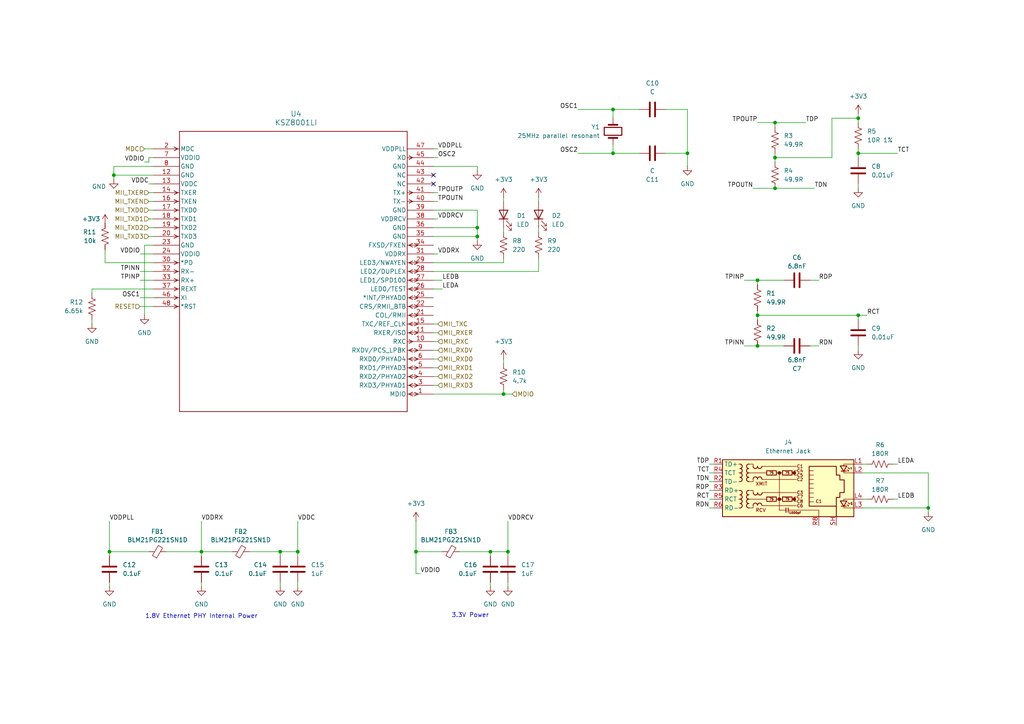
<source format=kicad_sch>
(kicad_sch (version 20231120) (generator "eeschema") (generator_version "8.0")
  (paper "A4")
  (lib_symbols
    (symbol "Connector:RJ45_Amphenol_RJMG1BD3B8K1ANR"
      (property "Reference" "J" (at 18.415 10.16 0))
      (property "Value" "RJ45_Amphenol_RJMG1BD3B8K1ANR" (at -19.05 10.16 0))
      (symbol "RJ45_Amphenol_RJMG1BD3B8K1ANR_0_0"
        (circle (center -1.27 -2.54) (radius 0.0001) (stroke (width 0.508)))
        (circle (center -1.27 5.08) (radius 0.0001) (stroke (width 0.508)))
        (polyline (pts (xy -1.27 5.08) (xy -1.27 -5.715)))
        (polyline (pts (xy 0.635 -5.08) (xy 0.635 -6.35)) (stroke (width 0.254)))
        (polyline (pts (xy 1.27 -5.08) (xy 1.27 -6.35)) (stroke (width 0.254)))
        (polyline (pts (xy 3.048 -2.54) (xy 2.54 -2.54)))
        (polyline (pts (xy 3.048 5.08) (xy 2.54 5.08)))
        (polyline (pts (xy 17.399 -3.048) (xy 17.399 -2.54) (xy 20.32 -2.54)))
        (polyline (pts (xy 17.399 7.112) (xy 17.399 7.62) (xy 20.32 7.62)))
        (polyline (pts (xy 20.32 -5.08) (xy 17.399 -5.08) (xy 17.399 -4.572)))
        (polyline (pts (xy 20.32 5.08) (xy 17.399 5.08) (xy 17.399 5.588)))
        (polyline (pts (xy 3.683 -1.905) (xy 3.048 -1.905) (xy 3.048 -3.175) (xy 3.683 -3.175)))
        (polyline (pts (xy 3.683 5.715) (xy 3.048 5.715) (xy 3.048 4.445) (xy 3.683 4.445)))
        (circle (center 3.048 -2.54) (radius 0.0001) (stroke (width 0.508)))
        (circle (center 3.048 5.08) (radius 0.0001) (stroke (width 0.508)))
        (text "C1" (at 4.699 6.985 0) (effects (font (size 0.889 0.889))))
        (text "C1" (at 10.16 -3.175 0) (effects (font (size 0.889 0.889))))
        (text "C2" (at 4.699 3.175 0) (effects (font (size 0.889 0.889))))
        (text "C3" (at 4.699 -0.635 0) (effects (font (size 0.889 0.889))))
        (text "C4" (at 4.699 5.715 0) (effects (font (size 0.889 0.889))))
        (text "C5" (at 4.699 4.445 0) (effects (font (size 0.889 0.889))))
        (text "C6" (at 4.699 -4.445 0) (effects (font (size 0.889 0.889))))
        (text "C7" (at 4.699 -1.905 0) (effects (font (size 0.889 0.889))))
        (text "C8" (at 4.699 -3.175 0) (effects (font (size 0.889 0.889))))
        (text "RCV" (at -8.255 -5.715 0) (effects (font (size 1.016 1.016)) (justify left)))
        (text "XMIT" (at -8.255 1.905 0) (effects (font (size 1.016 1.016)) (justify left)))
      )
      (symbol "RJ45_Amphenol_RJMG1BD3B8K1ANR_0_1"
        (rectangle (start -17.78 8.89) (end 20.32 -7.62) (stroke (width 0.254)) (fill (type background)))
        (polyline (pts (xy -12.7 -5.08) (xy -13.081 -5.08)))
        (polyline (pts (xy -12.7 -2.54) (xy -13.081 -2.54)))
        (polyline (pts (xy -12.7 0) (xy -13.081 0)))
        (polyline (pts (xy -12.7 2.54) (xy -13.081 2.54)))
        (polyline (pts (xy -12.7 5.08) (xy -13.081 5.08)))
        (polyline (pts (xy -12.7 7.62) (xy -13.081 7.62)))
        (polyline (pts (xy -6.35 -4.445) (xy 3.683 -4.445)))
        (polyline (pts (xy -6.35 3.175) (xy 3.683 3.175)))
        (polyline (pts (xy -6.35 6.985) (xy 3.683 6.985)))
        (polyline (pts (xy -6.223 -0.635) (xy 3.683 -0.635)))
        (polyline (pts (xy -5.08 -2.54) (xy -10.16 -2.54)))
        (polyline (pts (xy -4.953 5.08) (xy -10.16 5.08)))
        (polyline (pts (xy -2.159 -2.54) (xy -0.381 -2.54)))
        (polyline (pts (xy -2.159 5.08) (xy -0.381 5.08)))
        (polyline (pts (xy 0.635 -5.715) (xy -1.27 -5.715)))
        (polyline (pts (xy 7.366 -2.032) (xy 8.636 -2.032)))
        (polyline (pts (xy 7.366 -0.762) (xy 8.636 -0.762)))
        (polyline (pts (xy 7.366 0.635) (xy 8.636 0.635)))
        (polyline (pts (xy 7.366 1.905) (xy 8.636 1.905)))
        (polyline (pts (xy 7.366 3.175) (xy 8.636 3.175)))
        (polyline (pts (xy 8.636 -3.302) (xy 7.366 -3.302)))
        (polyline (pts (xy 8.636 4.445) (xy 7.366 4.445)))
        (polyline (pts (xy 8.636 5.715) (xy 7.366 5.715)))
        (polyline (pts (xy 10.16 -5.715) (xy 1.27 -5.715)))
        (polyline (pts (xy 10.16 -5.715) (xy 10.16 -7.62)))
        (polyline (pts (xy -10.16 0) (xy -8.89 0) (xy -8.89 -0.635)))
        (polyline (pts (xy -10.16 7.62) (xy -8.89 7.62) (xy -8.89 6.985)))
        (polyline (pts (xy -8.89 -4.445) (xy -8.89 -5.08) (xy -10.16 -5.08)))
        (polyline (pts (xy -8.89 3.175) (xy -8.89 2.54) (xy -10.16 2.54)))
      )
      (symbol "RJ45_Amphenol_RJMG1BD3B8K1ANR_1_0"
        (text "1000pF" (at 3.302 -6.477 0) (effects (font (size 0.635 0.635))))
      )
      (symbol "RJ45_Amphenol_RJMG1BD3B8K1ANR_1_1"
        (arc (start -12.7 -1.27) (mid -12.0677 -0.635) (end -12.7 0) (stroke (width 0.254)))
        (arc (start -12.6973 -5.08) (mid -12.065 -4.445) (end -12.6973 -3.81) (stroke (width 0.254)))
        (arc (start -12.6973 -3.81) (mid -12.065 -3.175) (end -12.6973 -2.54) (stroke (width 0.254)))
        (arc (start -12.6973 -2.54) (mid -12.065 -1.905) (end -12.6973 -1.27) (stroke (width 0.254)))
        (arc (start -12.6973 6.35) (mid -12.065 6.985) (end -12.6973 7.62) (stroke (width 0.254)))
        (arc (start -12.6946 2.54) (mid -12.0623 3.175) (end -12.6946 3.81) (stroke (width 0.254)))
        (arc (start -12.6946 3.81) (mid -12.0623 4.445) (end -12.6946 5.08) (stroke (width 0.254)))
        (arc (start -12.6946 5.08) (mid -12.0623 5.715) (end -12.6946 6.35) (stroke (width 0.254)))
        (arc (start -10.1654 -2.54) (mid -10.7977 -3.175) (end -10.1654 -3.81) (stroke (width 0.254)))
        (arc (start -10.1654 -1.27) (mid -10.7977 -1.905) (end -10.1654 -2.54) (stroke (width 0.254)))
        (arc (start -10.1654 0) (mid -10.7977 -0.635) (end -10.1654 -1.27) (stroke (width 0.254)))
        (arc (start -10.1654 5.08) (mid -10.7977 4.445) (end -10.1654 3.81) (stroke (width 0.254)))
        (arc (start -10.1654 6.35) (mid -10.7977 5.715) (end -10.1654 5.08) (stroke (width 0.254)))
        (arc (start -10.1654 7.62) (mid -10.7977 6.985) (end -10.1654 6.35) (stroke (width 0.254)))
        (arc (start -10.1627 -3.81) (mid -10.795 -4.445) (end -10.1627 -5.08) (stroke (width 0.254)))
        (arc (start -10.1627 3.81) (mid -10.795 3.175) (end -10.1627 2.54) (stroke (width 0.254)))
        (arc (start -8.89 6.9823) (mid -8.255 6.35) (end -7.62 6.9823) (stroke (width 0.254)))
        (arc (start -8.8265 -0.7012) (mid -8.1915 -1.3335) (end -7.5565 -0.7012) (stroke (width 0.254)))
        (arc (start -7.62 -4.3153) (mid -8.255 -3.683) (end -8.89 -4.3153) (stroke (width 0.254)))
        (arc (start -7.62 3.3047) (mid -8.255 3.937) (end -8.89 3.3047) (stroke (width 0.254)))
        (arc (start -7.62 6.985) (mid -6.985 6.3527) (end -6.35 6.985) (stroke (width 0.254)))
        (arc (start -7.5565 -0.6985) (mid -6.9215 -1.3308) (end -6.2865 -0.6985) (stroke (width 0.254)))
        (arc (start -6.35 -4.3126) (mid -6.985 -3.6803) (end -7.62 -4.3126) (stroke (width 0.254)))
        (arc (start -6.35 3.3074) (mid -6.985 3.9397) (end -7.62 3.3074) (stroke (width 0.254)))
        (rectangle (start -4.953 -1.905) (end -2.159 -3.175) (stroke (width 0.254)))
        (rectangle (start -4.953 5.715) (end -2.159 4.445) (stroke (width 0.254)))
        (rectangle (start -0.381 -1.905) (end 2.413 -3.175) (stroke (width 0.254)))
        (rectangle (start -0.381 5.715) (end 2.413 4.445) (stroke (width 0.254)))
        (polyline (pts (xy 15.24 -7.62) (xy 15.24 -4.572)) (stroke (width 0.254)))
        (polyline (pts (xy 18.161 -4.572) (xy 16.637 -4.572)) (stroke (width 0.254)))
        (polyline (pts (xy 18.161 5.588) (xy 16.637 5.588)) (stroke (width 0.254)))
        (polyline (pts (xy 18.796 -4.572) (xy 18.796 -4.318)))
        (polyline (pts (xy 18.796 5.588) (xy 18.796 5.842)))
        (polyline (pts (xy 19.05 -3.937) (xy 19.05 -3.683)))
        (polyline (pts (xy 19.05 6.223) (xy 19.05 6.477)))
        (polyline (pts (xy 18.288 -4.064) (xy 18.796 -4.572) (xy 18.542 -4.572)))
        (polyline (pts (xy 18.288 6.096) (xy 18.796 5.588) (xy 18.542 5.588)))
        (polyline (pts (xy 18.542 -3.429) (xy 19.05 -3.937) (xy 18.796 -3.937)))
        (polyline (pts (xy 18.542 6.731) (xy 19.05 6.223) (xy 18.796 6.223)))
        (polyline (pts (xy 18.288 -3.048) (xy 16.383 -3.048) (xy 17.399 -4.572) (xy 18.288 -3.048)) (stroke (width 0.254)))
        (polyline (pts (xy 18.288 7.112) (xy 16.383 7.112) (xy 17.399 5.588) (xy 18.288 7.112)) (stroke (width 0.254)))
        (polyline (pts (xy 7.366 -4.572) (xy 7.366 6.985) (xy 15.24 6.985) (xy 15.24 4.445) (xy 16.256 4.445) (xy 16.256 3.048) (xy 17.526 3.048) (xy 17.526 -0.635) (xy 16.256 -0.635) (xy 16.256 -2.032) (xy 15.24 -2.032) (xy 15.24 -4.572) (xy 7.366 -4.572)) (stroke (width 0.254)))
        (text "75" (at -3.556 -2.54 0) (effects (font (size 0.635 0.635))))
        (text "75" (at -3.556 5.08 0) (effects (font (size 0.635 0.635))))
        (text "75" (at 1.016 -2.54 0) (effects (font (size 0.635 0.635))))
        (text "75" (at 1.016 5.08 0) (effects (font (size 0.635 0.635))))
        (text "G" (at 19.685 -3.81 0) (effects (font (size 0.635 0.635))))
        (text "Y" (at 19.558 6.35 0) (effects (font (size 0.635 0.635))))
        (pin passive line (at 22.86 7.62 180) (length 2.54) (name "") (number "L1"))
        (pin passive line (at 22.86 5.08 180) (length 2.54) (name "") (number "L2"))
        (pin passive line (at 22.86 -5.08 180) (length 2.54) (name "") (number "L3"))
        (pin passive line (at 22.86 -2.54 180) (length 2.54) (name "") (number "L4"))
        (pin passive line (at -20.32 7.62 0) (length 2.54) (name "TD+") (number "R1"))
        (pin passive line (at -20.32 2.54 0) (length 2.54) (name "TD-") (number "R2"))
        (pin passive line (at -20.32 0 0) (length 2.54) (name "RD+") (number "R3"))
        (pin passive line (at -20.32 5.08 0) (length 2.54) (name "TCT") (number "R4"))
        (pin passive line (at -20.32 -2.54 0) (length 2.54) (name "RCT") (number "R5"))
        (pin passive line (at -20.32 -5.08 0) (length 2.54) (name "RD-") (number "R6"))
        (pin no_connect line (at 20.32 0 0) (length 0) hide (name "NC") (number "R7"))
        (pin power_in line (at 10.16 -10.16 90) (length 2.54) (name "") (number "R8"))
        (pin passive line (at 15.24 -10.16 90) (length 2.54) (name "") (number "SH"))
      )
    )
    (symbol "Device:C" (pin_numbers hide) (pin_names (offset 0.254))
      (property "Reference" "C" (at 0.635 2.54 0))
      (property "Value" "C" (at 0.635 -2.54 0))
      (symbol "C_0_1"
        (polyline (pts (xy -2.032 -0.762) (xy 2.032 -0.762)) (stroke (width 0.508)))
        (polyline (pts (xy -2.032 0.762) (xy 2.032 0.762)) (stroke (width 0.508)))
      )
      (symbol "C_1_1"
        (pin passive line (at 0 3.81 270) (length 2.794) (name "~") (number "1"))
        (pin passive line (at 0 -3.81 90) (length 2.794) (name "~") (number "2"))
      )
    )
    (symbol "Device:Crystal" (pin_numbers hide) (pin_names (offset 1.016) hide)
      (property "Reference" "Y" (at 0 3.81 0))
      (property "Value" "Crystal" (at 0 -3.81 0))
      (symbol "Crystal_0_1"
        (rectangle (start -1.143 2.54) (end 1.143 -2.54) (stroke (width 0.3048)))
        (polyline (pts (xy -2.54 0) (xy -1.905 0)))
        (polyline (pts (xy -1.905 -1.27) (xy -1.905 1.27)) (stroke (width 0.508)))
        (polyline (pts (xy 1.905 -1.27) (xy 1.905 1.27)) (stroke (width 0.508)))
        (polyline (pts (xy 2.54 0) (xy 1.905 0)))
      )
      (symbol "Crystal_1_1"
        (pin passive line (at -3.81 0 0) (length 1.27) (name "1") (number "1"))
        (pin passive line (at 3.81 0 180) (length 1.27) (name "2") (number "2"))
      )
    )
    (symbol "Device:FerriteBead_Small" (pin_numbers hide) (pin_names (offset 0))
      (property "Reference" "FB" (at 1.905 1.27 0))
      (property "Value" "FerriteBead_Small" (at 1.905 -1.27 0))
      (symbol "FerriteBead_Small_0_1"
        (polyline (pts (xy 0 -1.27) (xy 0 -0.7874)))
        (polyline (pts (xy 0 0.889) (xy 0 1.2954)))
        (polyline (pts (xy -1.8288 0.2794) (xy -1.1176 1.4986) (xy 1.8288 -0.2032) (xy 1.1176 -1.4224) (xy -1.8288 0.2794)))
      )
      (symbol "FerriteBead_Small_1_1"
        (pin passive line (at 0 2.54 270) (length 1.27) (name "~") (number "1"))
        (pin passive line (at 0 -2.54 90) (length 1.27) (name "~") (number "2"))
      )
    )
    (symbol "Device:LED" (pin_numbers hide) (pin_names (offset 1.016) hide)
      (property "Reference" "D" (at 0 2.54 0))
      (property "Value" "LED" (at 0 -2.54 0))
      (symbol "LED_0_1"
        (polyline (pts (xy -1.27 -1.27) (xy -1.27 1.27)) (stroke (width 0.254)))
        (polyline (pts (xy -1.27 0) (xy 1.27 0)))
        (polyline (pts (xy 1.27 -1.27) (xy 1.27 1.27) (xy -1.27 0) (xy 1.27 -1.27)) (stroke (width 0.254)))
        (polyline (pts (xy -3.048 -0.762) (xy -4.572 -2.286) (xy -3.81 -2.286) (xy -4.572 -2.286) (xy -4.572 -1.524)))
        (polyline (pts (xy -1.778 -0.762) (xy -3.302 -2.286) (xy -2.54 -2.286) (xy -3.302 -2.286) (xy -3.302 -1.524)))
      )
      (symbol "LED_1_1"
        (pin passive line (at -3.81 0 0) (length 2.54) (name "K") (number "1"))
        (pin passive line (at 3.81 0 180) (length 2.54) (name "A") (number "2"))
      )
    )
    (symbol "Device:R_US" (pin_numbers hide) (pin_names (offset 0))
      (property "Reference" "R" (at 2.54 0 90))
      (property "Value" "R_US" (at -2.54 0 90))
      (symbol "R_US_0_1"
        (polyline (pts (xy 0 -2.286) (xy 0 -2.54)))
        (polyline (pts (xy 0 2.286) (xy 0 2.54)))
        (polyline (pts (xy 0 -0.762) (xy 1.016 -1.143) (xy 0 -1.524) (xy -1.016 -1.905) (xy 0 -2.286)))
        (polyline (pts (xy 0 0.762) (xy 1.016 0.381) (xy 0 0) (xy -1.016 -0.381) (xy 0 -0.762)))
        (polyline (pts (xy 0 2.286) (xy 1.016 1.905) (xy 0 1.524) (xy -1.016 1.143) (xy 0 0.762)))
      )
      (symbol "R_US_1_1"
        (pin passive line (at 0 3.81 270) (length 1.27) (name "~") (number "1"))
        (pin passive line (at 0 -3.81 90) (length 1.27) (name "~") (number "2"))
      )
    )
    (symbol "KSZ8001LI:KSZ8001LI" (pin_names (offset 0.254))
      (property "Reference" "U" (at 40.64 10.16 0))
      (property "Value" "KSZ8001LI" (at 40.64 7.62 0))
      (symbol "KSZ8001LI_0_1"
        (polyline (pts (xy 7.0993 -45.72) (xy 6.0579 -46.2407)) (stroke (width 0.2032)))
        (polyline (pts (xy 7.0993 -45.72) (xy 6.0579 -45.1993)) (stroke (width 0.2032)))
        (polyline (pts (xy 7.0993 -43.18) (xy 6.0579 -43.7007)) (stroke (width 0.2032)))
        (polyline (pts (xy 7.0993 -43.18) (xy 6.0579 -42.6593)) (stroke (width 0.2032)))
        (polyline (pts (xy 7.0993 -40.64) (xy 6.0579 -41.1607)) (stroke (width 0.2032)))
        (polyline (pts (xy 7.0993 -40.64) (xy 6.0579 -40.1193)) (stroke (width 0.2032)))
        (polyline (pts (xy 7.0993 -38.1) (xy 6.0579 -38.6207)) (stroke (width 0.2032)))
        (polyline (pts (xy 7.0993 -38.1) (xy 6.0579 -37.5793)) (stroke (width 0.2032)))
        (polyline (pts (xy 7.0993 -35.56) (xy 6.0579 -36.0807)) (stroke (width 0.2032)))
        (polyline (pts (xy 7.0993 -35.56) (xy 6.0579 -35.0393)) (stroke (width 0.2032)))
        (polyline (pts (xy 7.0993 -33.02) (xy 6.0579 -33.5407)) (stroke (width 0.2032)))
        (polyline (pts (xy 7.0993 -33.02) (xy 6.0579 -32.4993)) (stroke (width 0.2032)))
        (polyline (pts (xy 7.0993 -25.4) (xy 6.0579 -25.9207)) (stroke (width 0.2032)))
        (polyline (pts (xy 7.0993 -25.4) (xy 6.0579 -24.8793)) (stroke (width 0.2032)))
        (polyline (pts (xy 7.0993 -22.86) (xy 6.0579 -23.3807)) (stroke (width 0.2032)))
        (polyline (pts (xy 7.0993 -22.86) (xy 6.0579 -22.3393)) (stroke (width 0.2032)))
        (polyline (pts (xy 7.0993 -20.32) (xy 6.0579 -20.8407)) (stroke (width 0.2032)))
        (polyline (pts (xy 7.0993 -20.32) (xy 6.0579 -19.7993)) (stroke (width 0.2032)))
        (polyline (pts (xy 7.0993 -17.78) (xy 6.0579 -18.3007)) (stroke (width 0.2032)))
        (polyline (pts (xy 7.0993 -17.78) (xy 6.0579 -17.2593)) (stroke (width 0.2032)))
        (polyline (pts (xy 7.0993 -15.24) (xy 6.0579 -15.7607)) (stroke (width 0.2032)))
        (polyline (pts (xy 7.0993 -15.24) (xy 6.0579 -14.7193)) (stroke (width 0.2032)))
        (polyline (pts (xy 7.0993 -12.7) (xy 6.0579 -13.2207)) (stroke (width 0.2032)))
        (polyline (pts (xy 7.0993 -12.7) (xy 6.0579 -12.1793)) (stroke (width 0.2032)))
        (polyline (pts (xy 7.0993 0) (xy 6.0579 -0.5207)) (stroke (width 0.2032)))
        (polyline (pts (xy 7.0993 0) (xy 6.0579 0.5207)) (stroke (width 0.2032)))
        (polyline (pts (xy 7.62 -76.2) (xy 73.66 -76.2)) (stroke (width 0.2032)))
        (polyline (pts (xy 7.62 5.08) (xy 7.62 -76.2)) (stroke (width 0.2032)))
        (polyline (pts (xy 73.66 -76.2) (xy 73.66 5.08)) (stroke (width 0.2032)))
        (polyline (pts (xy 73.66 5.08) (xy 7.62 5.08)) (stroke (width 0.2032)))
        (polyline (pts (xy 74.1807 -71.12) (xy 75.2221 -71.6407)) (stroke (width 0.2032)))
        (polyline (pts (xy 74.1807 -71.12) (xy 75.2221 -70.5993)) (stroke (width 0.2032)))
        (polyline (pts (xy 74.1807 -68.58) (xy 75.2221 -69.1007)) (stroke (width 0.2032)))
        (polyline (pts (xy 74.1807 -68.58) (xy 75.2221 -68.0593)) (stroke (width 0.2032)))
        (polyline (pts (xy 74.1807 -66.04) (xy 75.2221 -66.5607)) (stroke (width 0.2032)))
        (polyline (pts (xy 74.1807 -66.04) (xy 75.2221 -65.5193)) (stroke (width 0.2032)))
        (polyline (pts (xy 74.1807 -63.5) (xy 75.2221 -64.0207)) (stroke (width 0.2032)))
        (polyline (pts (xy 74.1807 -63.5) (xy 75.2221 -62.9793)) (stroke (width 0.2032)))
        (polyline (pts (xy 74.1807 -60.96) (xy 75.2221 -61.4807)) (stroke (width 0.2032)))
        (polyline (pts (xy 74.1807 -60.96) (xy 75.2221 -60.4393)) (stroke (width 0.2032)))
        (polyline (pts (xy 74.1807 -58.42) (xy 75.2221 -58.9407)) (stroke (width 0.2032)))
        (polyline (pts (xy 74.1807 -58.42) (xy 75.2221 -57.8993)) (stroke (width 0.2032)))
        (polyline (pts (xy 74.1807 -56.4007) (xy 75.2221 -55.88)) (stroke (width 0.2032)))
        (polyline (pts (xy 74.1807 -55.3593) (xy 75.2221 -55.88)) (stroke (width 0.2032)))
        (polyline (pts (xy 74.1807 -53.34) (xy 75.2221 -53.8607)) (stroke (width 0.2032)))
        (polyline (pts (xy 74.1807 -53.34) (xy 75.2221 -52.8193)) (stroke (width 0.2032)))
        (polyline (pts (xy 74.1807 -50.8) (xy 75.2221 -51.3207)) (stroke (width 0.2032)))
        (polyline (pts (xy 74.1807 -50.8) (xy 75.2221 -50.2793)) (stroke (width 0.2032)))
        (polyline (pts (xy 74.1807 -48.26) (xy 75.2221 -48.7807)) (stroke (width 0.2032)))
        (polyline (pts (xy 74.1807 -48.26) (xy 75.2221 -47.7393)) (stroke (width 0.2032)))
        (polyline (pts (xy 74.1807 -45.72) (xy 75.2221 -46.2407)) (stroke (width 0.2032)))
        (polyline (pts (xy 74.1807 -45.72) (xy 75.2221 -45.1993)) (stroke (width 0.2032)))
        (polyline (pts (xy 74.1807 -43.18) (xy 75.2221 -43.7007)) (stroke (width 0.2032)))
        (polyline (pts (xy 74.1807 -43.18) (xy 75.2221 -42.6593)) (stroke (width 0.2032)))
        (polyline (pts (xy 74.1807 -40.64) (xy 75.2221 -41.1607)) (stroke (width 0.2032)))
        (polyline (pts (xy 74.1807 -40.64) (xy 75.2221 -40.1193)) (stroke (width 0.2032)))
        (polyline (pts (xy 74.1807 -38.1) (xy 75.2221 -38.6207)) (stroke (width 0.2032)))
        (polyline (pts (xy 74.1807 -38.1) (xy 75.2221 -37.5793)) (stroke (width 0.2032)))
        (polyline (pts (xy 74.1807 -35.56) (xy 75.2221 -36.0807)) (stroke (width 0.2032)))
        (polyline (pts (xy 74.1807 -35.56) (xy 75.2221 -35.0393)) (stroke (width 0.2032)))
        (polyline (pts (xy 74.1807 -33.02) (xy 75.2221 -33.5407)) (stroke (width 0.2032)))
        (polyline (pts (xy 74.1807 -33.02) (xy 75.2221 -32.4993)) (stroke (width 0.2032)))
        (polyline (pts (xy 74.1807 -27.94) (xy 75.2221 -28.4607)) (stroke (width 0.2032)))
        (polyline (pts (xy 74.1807 -27.94) (xy 75.2221 -27.4193)) (stroke (width 0.2032)))
        (polyline (pts (xy 74.1807 -15.7607) (xy 75.2221 -15.24)) (stroke (width 0.2032)))
        (polyline (pts (xy 74.1807 -14.7193) (xy 75.2221 -15.24)) (stroke (width 0.2032)))
        (polyline (pts (xy 74.1807 -13.2207) (xy 75.2221 -12.7)) (stroke (width 0.2032)))
        (polyline (pts (xy 74.1807 -12.1793) (xy 75.2221 -12.7)) (stroke (width 0.2032)))
        (polyline (pts (xy 74.1807 -3.0607) (xy 75.2221 -2.54)) (stroke (width 0.2032)))
        (polyline (pts (xy 74.1807 -2.0193) (xy 75.2221 -2.54)) (stroke (width 0.2032)))
        (polyline (pts (xy 75.7428 -71.6407) (xy 76.7842 -71.12)) (stroke (width 0.2032)))
        (polyline (pts (xy 75.7428 -70.5993) (xy 76.7842 -71.12)) (stroke (width 0.2032)))
        (polyline (pts (xy 75.7428 -69.1007) (xy 76.7842 -68.58)) (stroke (width 0.2032)))
        (polyline (pts (xy 75.7428 -68.0593) (xy 76.7842 -68.58)) (stroke (width 0.2032)))
        (polyline (pts (xy 75.7428 -66.5607) (xy 76.7842 -66.04)) (stroke (width 0.2032)))
        (polyline (pts (xy 75.7428 -65.5193) (xy 76.7842 -66.04)) (stroke (width 0.2032)))
        (polyline (pts (xy 75.7428 -64.0207) (xy 76.7842 -63.5)) (stroke (width 0.2032)))
        (polyline (pts (xy 75.7428 -62.9793) (xy 76.7842 -63.5)) (stroke (width 0.2032)))
        (polyline (pts (xy 75.7428 -61.4807) (xy 76.7842 -60.96)) (stroke (width 0.2032)))
        (polyline (pts (xy 75.7428 -60.4393) (xy 76.7842 -60.96)) (stroke (width 0.2032)))
        (polyline (pts (xy 75.7428 -58.9407) (xy 76.7842 -58.42)) (stroke (width 0.2032)))
        (polyline (pts (xy 75.7428 -57.8993) (xy 76.7842 -58.42)) (stroke (width 0.2032)))
        (polyline (pts (xy 75.7428 -53.8607) (xy 76.7842 -53.34)) (stroke (width 0.2032)))
        (polyline (pts (xy 75.7428 -52.8193) (xy 76.7842 -53.34)) (stroke (width 0.2032)))
        (polyline (pts (xy 75.7428 -51.3207) (xy 76.7842 -50.8)) (stroke (width 0.2032)))
        (polyline (pts (xy 75.7428 -50.2793) (xy 76.7842 -50.8)) (stroke (width 0.2032)))
        (polyline (pts (xy 75.7428 -48.7807) (xy 76.7842 -48.26)) (stroke (width 0.2032)))
        (polyline (pts (xy 75.7428 -47.7393) (xy 76.7842 -48.26)) (stroke (width 0.2032)))
        (polyline (pts (xy 75.7428 -46.2407) (xy 76.7842 -45.72)) (stroke (width 0.2032)))
        (polyline (pts (xy 75.7428 -45.1993) (xy 76.7842 -45.72)) (stroke (width 0.2032)))
        (polyline (pts (xy 75.7428 -43.7007) (xy 76.7842 -43.18)) (stroke (width 0.2032)))
        (polyline (pts (xy 75.7428 -42.6593) (xy 76.7842 -43.18)) (stroke (width 0.2032)))
        (polyline (pts (xy 75.7428 -41.1607) (xy 76.7842 -40.64)) (stroke (width 0.2032)))
        (polyline (pts (xy 75.7428 -40.1193) (xy 76.7842 -40.64)) (stroke (width 0.2032)))
        (polyline (pts (xy 75.7428 -38.6207) (xy 76.7842 -38.1)) (stroke (width 0.2032)))
        (polyline (pts (xy 75.7428 -37.5793) (xy 76.7842 -38.1)) (stroke (width 0.2032)))
        (polyline (pts (xy 75.7428 -36.0807) (xy 76.7842 -35.56)) (stroke (width 0.2032)))
        (polyline (pts (xy 75.7428 -35.0393) (xy 76.7842 -35.56)) (stroke (width 0.2032)))
        (polyline (pts (xy 75.7428 -33.5407) (xy 76.7842 -33.02)) (stroke (width 0.2032)))
        (polyline (pts (xy 75.7428 -32.4993) (xy 76.7842 -33.02)) (stroke (width 0.2032)))
        (polyline (pts (xy 75.7428 -28.4607) (xy 76.7842 -27.94)) (stroke (width 0.2032)))
        (polyline (pts (xy 75.7428 -27.4193) (xy 76.7842 -27.94)) (stroke (width 0.2032)))
        (pin bidirectional line (at 81.28 -71.12 180) (length 7.62) (name "MDIO") (number "1"))
        (pin output line (at 81.28 -55.88 180) (length 7.62) (name "RXC") (number "10"))
        (pin bidirectional line (at 81.28 -53.34 180) (length 7.62) (name "RXER/ISO") (number "11"))
        (pin power_in line (at 0 -7.62 0) (length 7.62) (name "GND") (number "12"))
        (pin power_in line (at 0 -10.16 0) (length 7.62) (name "VDDC") (number "13"))
        (pin input line (at 0 -12.7 0) (length 7.62) (name "TXER") (number "14"))
        (pin bidirectional line (at 81.28 -50.8 180) (length 7.62) (name "TXC/REF_CLK") (number "15"))
        (pin input line (at 0 -15.24 0) (length 7.62) (name "TXEN") (number "16"))
        (pin input line (at 0 -17.78 0) (length 7.62) (name "TXD0") (number "17"))
        (pin input line (at 0 -20.32 0) (length 7.62) (name "TXD1") (number "18"))
        (pin input line (at 0 -22.86 0) (length 7.62) (name "TXD2") (number "19"))
        (pin input line (at 0 0 0) (length 7.62) (name "MDC") (number "2"))
        (pin input line (at 0 -25.4 0) (length 7.62) (name "TXD3") (number "20"))
        (pin bidirectional line (at 81.28 -48.26 180) (length 7.62) (name "COL/RMII") (number "21"))
        (pin bidirectional line (at 81.28 -45.72 180) (length 7.62) (name "CRS/RMII_BTB") (number "22"))
        (pin power_in line (at 0 -27.94 0) (length 7.62) (name "GND") (number "23"))
        (pin power_in line (at 0 -30.48 0) (length 7.62) (name "VDDIO") (number "24"))
        (pin bidirectional line (at 81.28 -43.18 180) (length 7.62) (name "*INT/PHYAD0") (number "25"))
        (pin bidirectional line (at 81.28 -40.64 180) (length 7.62) (name "LED0/TEST") (number "26"))
        (pin bidirectional line (at 81.28 -38.1 180) (length 7.62) (name "LED1/SPD100") (number "27"))
        (pin bidirectional line (at 81.28 -35.56 180) (length 7.62) (name "LED2/DUPLEX") (number "28"))
        (pin bidirectional line (at 81.28 -33.02 180) (length 7.62) (name "LED3/NWAYEN") (number "29"))
        (pin bidirectional line (at 81.28 -68.58 180) (length 7.62) (name "RXD3/PHYAD1") (number "3"))
        (pin input line (at 0 -33.02 0) (length 7.62) (name "*PD") (number "30"))
        (pin power_in line (at 81.28 -30.48 180) (length 7.62) (name "VDDRX") (number "31"))
        (pin input line (at 0 -35.56 0) (length 7.62) (name "RX-") (number "32"))
        (pin input line (at 0 -38.1 0) (length 7.62) (name "RX+") (number "33"))
        (pin bidirectional line (at 81.28 -27.94 180) (length 7.62) (name "FXSD/FXEN") (number "34"))
        (pin power_in line (at 81.28 -25.4 180) (length 7.62) (name "GND") (number "35"))
        (pin power_in line (at 81.28 -22.86 180) (length 7.62) (name "GND") (number "36"))
        (pin input line (at 0 -40.64 0) (length 7.62) (name "REXT") (number "37"))
        (pin power_in line (at 81.28 -20.32 180) (length 7.62) (name "VDDRCV") (number "38"))
        (pin power_in line (at 81.28 -17.78 180) (length 7.62) (name "GND") (number "39"))
        (pin bidirectional line (at 81.28 -66.04 180) (length 7.62) (name "RXD2/PHYAD2") (number "4"))
        (pin output line (at 81.28 -15.24 180) (length 7.62) (name "TX-") (number "40"))
        (pin output line (at 81.28 -12.7 180) (length 7.62) (name "TX+") (number "41"))
        (pin no_connect line (at 81.28 -10.16 180) (length 7.62) (name "NC") (number "42"))
        (pin no_connect line (at 81.28 -7.62 180) (length 7.62) (name "NC") (number "43"))
        (pin power_in line (at 81.28 -5.08 180) (length 7.62) (name "GND") (number "44"))
        (pin output line (at 81.28 -2.54 180) (length 7.62) (name "XO") (number "45"))
        (pin input line (at 0 -43.18 0) (length 7.62) (name "XI") (number "46"))
        (pin power_in line (at 81.28 0 180) (length 7.62) (name "VDDPLL") (number "47"))
        (pin input line (at 0 -45.72 0) (length 7.62) (name "*RST") (number "48"))
        (pin bidirectional line (at 81.28 -63.5 180) (length 7.62) (name "RXD1/PHYAD3") (number "5"))
        (pin bidirectional line (at 81.28 -60.96 180) (length 7.62) (name "RXD0/PHYAD4") (number "6"))
        (pin power_in line (at 0 -2.54 0) (length 7.62) (name "VDDIO") (number "7"))
        (pin power_in line (at 0 -5.08 0) (length 7.62) (name "GND") (number "8"))
        (pin bidirectional line (at 81.28 -58.42 180) (length 7.62) (name "RXDV/PCS_LPBK") (number "9"))
      )
    )
    (symbol "power:+3V3" (power) (pin_numbers hide) (pin_names (offset 0) hide)
      (property "Value" "+3V3" (at 0 3.556 0))
      (symbol "+3V3_0_1"
        (polyline (pts (xy -0.762 1.27) (xy 0 2.54)))
        (polyline (pts (xy 0 0) (xy 0 2.54)))
        (polyline (pts (xy 0 2.54) (xy 0.762 1.27)))
      )
      (symbol "+3V3_1_1"
        (pin power_in line (at 0 0 90) (length 0) (name "~") (number "1"))
      )
    )
    (symbol "power:GND" (power) (pin_numbers hide) (pin_names (offset 0) hide)
      (property "Value" "GND" (at 0 -3.81 0))
      (symbol "GND_0_1"
        (polyline (pts (xy 0 0) (xy 0 -1.27) (xy 1.27 -1.27) (xy 0 -2.54) (xy -1.27 -1.27) (xy 0 -1.27)))
      )
      (symbol "GND_1_1"
        (pin power_in line (at 0 0 270) (length 0) (name "~") (number "1"))
      )
    )
  )
  (junction (at 269.24 147.32))
  (junction (at 138.43 68.58))
  (junction (at 177.8 44.45))
  (junction (at 199.39 44.45))
  (junction (at 138.43 66.04))
  (junction (at 219.71 100.33))
  (junction (at 224.79 35.56))
  (junction (at 177.8 31.75))
  (junction (at 248.92 34.29))
  (junction (at 219.71 91.44))
  (junction (at 31.75 160.02))
  (junction (at 224.79 45.72))
  (junction (at 248.92 91.44))
  (junction (at 224.79 54.61))
  (junction (at 147.32 160.02))
  (junction (at 248.92 44.45))
  (junction (at 58.42 160.02))
  (junction (at 120.65 160.02))
  (junction (at 33.02 50.8))
  (junction (at 219.71 81.28))
  (junction (at 142.24 160.02))
  (junction (at 81.28 160.02))
  (junction (at 86.36 160.02))
  (junction (at 146.05 114.3))
  (no_connect (at 125.73 50.8))
  (no_connect (at 125.73 53.34))
  (wire (pts (xy 219.71 91.44) (xy 219.71 92.71)))
  (wire (pts (xy 33.02 50.8) (xy 44.45 50.8)))
  (wire (pts (xy 125.73 96.52) (xy 127 96.52)))
  (wire (pts (xy 125.73 104.14) (xy 127 104.14)))
  (wire (pts (xy 205.74 147.32) (xy 207.01 147.32)))
  (wire (pts (xy 219.71 90.17) (xy 219.71 91.44)))
  (wire (pts (xy 125.73 55.88) (xy 127 55.88)))
  (wire (pts (xy 41.91 43.18) (xy 44.45 43.18)))
  (wire (pts (xy 248.92 92.71) (xy 248.92 91.44)))
  (wire (pts (xy 224.79 44.45) (xy 224.79 45.72)))
  (wire (pts (xy 250.19 147.32) (xy 269.24 147.32)))
  (wire (pts (xy 248.92 43.18) (xy 248.92 44.45)))
  (wire (pts (xy 125.73 43.18) (xy 127 43.18)))
  (wire (pts (xy 224.79 45.72) (xy 224.79 46.99)))
  (wire (pts (xy 125.73 60.96) (xy 138.43 60.96)))
  (wire (pts (xy 125.73 93.98) (xy 127 93.98)))
  (wire (pts (xy 125.73 81.28) (xy 128.27 81.28)))
  (wire (pts (xy 44.45 71.12) (xy 41.91 71.12)))
  (wire (pts (xy 248.92 44.45) (xy 248.92 45.72)))
  (wire (pts (xy 43.18 58.42) (xy 44.45 58.42)))
  (wire (pts (xy 40.64 73.66) (xy 44.45 73.66)))
  (wire (pts (xy 177.8 41.91) (xy 177.8 44.45)))
  (wire (pts (xy 224.79 45.72) (xy 241.3 45.72)))
  (wire (pts (xy 259.08 144.78) (xy 260.35 144.78)))
  (wire (pts (xy 146.05 114.3) (xy 148.59 114.3)))
  (wire (pts (xy 142.24 168.91) (xy 142.24 170.18)))
  (wire (pts (xy 215.9 100.33) (xy 219.71 100.33)))
  (wire (pts (xy 43.18 55.88) (xy 44.45 55.88)))
  (wire (pts (xy 241.3 45.72) (xy 241.3 34.29)))
  (wire (pts (xy 58.42 160.02) (xy 48.26 160.02)))
  (wire (pts (xy 125.73 58.42) (xy 127 58.42)))
  (wire (pts (xy 40.64 86.36) (xy 44.45 86.36)))
  (wire (pts (xy 147.32 160.02) (xy 147.32 161.29)))
  (wire (pts (xy 125.73 63.5) (xy 127 63.5)))
  (wire (pts (xy 219.71 81.28) (xy 219.71 82.55)))
  (wire (pts (xy 146.05 76.2) (xy 146.05 74.93)))
  (wire (pts (xy 125.73 101.6) (xy 127 101.6)))
  (wire (pts (xy 177.8 31.75) (xy 185.42 31.75)))
  (wire (pts (xy 33.02 50.8) (xy 33.02 52.07)))
  (wire (pts (xy 147.32 160.02) (xy 142.24 160.02)))
  (wire (pts (xy 58.42 160.02) (xy 67.31 160.02)))
  (wire (pts (xy 43.18 46.99) (xy 43.18 45.72)))
  (wire (pts (xy 125.73 68.58) (xy 138.43 68.58)))
  (wire (pts (xy 31.75 160.02) (xy 31.75 161.29)))
  (wire (pts (xy 250.19 134.62) (xy 251.46 134.62)))
  (wire (pts (xy 147.32 168.91) (xy 147.32 170.18)))
  (wire (pts (xy 146.05 66.04) (xy 146.05 67.31)))
  (wire (pts (xy 219.71 81.28) (xy 227.33 81.28)))
  (wire (pts (xy 177.8 31.75) (xy 177.8 34.29)))
  (wire (pts (xy 40.64 81.28) (xy 44.45 81.28)))
  (wire (pts (xy 193.04 44.45) (xy 199.39 44.45)))
  (wire (pts (xy 259.08 134.62) (xy 260.35 134.62)))
  (wire (pts (xy 248.92 91.44) (xy 251.46 91.44)))
  (wire (pts (xy 120.65 160.02) (xy 120.65 166.37)))
  (wire (pts (xy 156.21 57.15) (xy 156.21 58.42)))
  (wire (pts (xy 86.36 160.02) (xy 81.28 160.02)))
  (wire (pts (xy 58.42 160.02) (xy 58.42 161.29)))
  (wire (pts (xy 219.71 35.56) (xy 224.79 35.56)))
  (wire (pts (xy 156.21 78.74) (xy 125.73 78.74)))
  (wire (pts (xy 234.95 81.28) (xy 237.49 81.28)))
  (wire (pts (xy 125.73 99.06) (xy 127 99.06)))
  (wire (pts (xy 156.21 74.93) (xy 156.21 78.74)))
  (wire (pts (xy 86.36 160.02) (xy 86.36 161.29)))
  (wire (pts (xy 41.91 71.12) (xy 41.91 91.44)))
  (wire (pts (xy 40.64 78.74) (xy 44.45 78.74)))
  (wire (pts (xy 58.42 151.13) (xy 58.42 160.02)))
  (wire (pts (xy 146.05 113.03) (xy 146.05 114.3)))
  (wire (pts (xy 248.92 44.45) (xy 260.35 44.45)))
  (wire (pts (xy 248.92 91.44) (xy 219.71 91.44)))
  (wire (pts (xy 146.05 104.14) (xy 146.05 105.41)))
  (wire (pts (xy 250.19 137.16) (xy 269.24 137.16)))
  (wire (pts (xy 58.42 168.91) (xy 58.42 170.18)))
  (wire (pts (xy 146.05 57.15) (xy 146.05 58.42)))
  (wire (pts (xy 43.18 60.96) (xy 44.45 60.96)))
  (wire (pts (xy 26.67 83.82) (xy 26.67 85.09)))
  (wire (pts (xy 193.04 31.75) (xy 199.39 31.75)))
  (wire (pts (xy 30.48 72.39) (xy 30.48 76.2)))
  (wire (pts (xy 199.39 44.45) (xy 199.39 48.26)))
  (wire (pts (xy 269.24 137.16) (xy 269.24 147.32)))
  (wire (pts (xy 156.21 66.04) (xy 156.21 67.31)))
  (wire (pts (xy 138.43 48.26) (xy 125.73 48.26)))
  (wire (pts (xy 138.43 60.96) (xy 138.43 66.04)))
  (wire (pts (xy 125.73 111.76) (xy 127 111.76)))
  (wire (pts (xy 86.36 168.91) (xy 86.36 170.18)))
  (wire (pts (xy 205.74 134.62) (xy 207.01 134.62)))
  (wire (pts (xy 224.79 54.61) (xy 236.22 54.61)))
  (wire (pts (xy 26.67 92.71) (xy 26.67 93.98)))
  (wire (pts (xy 248.92 100.33) (xy 248.92 101.6)))
  (wire (pts (xy 44.45 83.82) (xy 26.67 83.82)))
  (wire (pts (xy 43.18 63.5) (xy 44.45 63.5)))
  (wire (pts (xy 215.9 81.28) (xy 219.71 81.28)))
  (wire (pts (xy 142.24 160.02) (xy 133.35 160.02)))
  (wire (pts (xy 120.65 151.13) (xy 120.65 160.02)))
  (wire (pts (xy 81.28 160.02) (xy 72.39 160.02)))
  (wire (pts (xy 138.43 69.85) (xy 138.43 68.58)))
  (wire (pts (xy 125.73 73.66) (xy 127 73.66)))
  (wire (pts (xy 43.18 45.72) (xy 44.45 45.72)))
  (wire (pts (xy 81.28 160.02) (xy 81.28 161.29)))
  (wire (pts (xy 44.45 48.26) (xy 33.02 48.26)))
  (wire (pts (xy 43.18 53.34) (xy 44.45 53.34)))
  (wire (pts (xy 125.73 109.22) (xy 127 109.22)))
  (wire (pts (xy 31.75 160.02) (xy 43.18 160.02)))
  (wire (pts (xy 125.73 76.2) (xy 146.05 76.2)))
  (wire (pts (xy 205.74 142.24) (xy 207.01 142.24)))
  (wire (pts (xy 31.75 168.91) (xy 31.75 170.18)))
  (wire (pts (xy 43.18 66.04) (xy 44.45 66.04)))
  (wire (pts (xy 33.02 48.26) (xy 33.02 50.8)))
  (wire (pts (xy 138.43 68.58) (xy 138.43 66.04)))
  (wire (pts (xy 205.74 139.7) (xy 207.01 139.7)))
  (wire (pts (xy 125.73 106.68) (xy 127 106.68)))
  (wire (pts (xy 125.73 114.3) (xy 146.05 114.3)))
  (wire (pts (xy 224.79 35.56) (xy 224.79 36.83)))
  (wire (pts (xy 86.36 151.13) (xy 86.36 160.02)))
  (wire (pts (xy 248.92 53.34) (xy 248.92 54.61)))
  (wire (pts (xy 241.3 34.29) (xy 248.92 34.29)))
  (wire (pts (xy 43.18 68.58) (xy 44.45 68.58)))
  (wire (pts (xy 269.24 147.32) (xy 269.24 148.59)))
  (wire (pts (xy 248.92 33.02) (xy 248.92 34.29)))
  (wire (pts (xy 199.39 31.75) (xy 199.39 44.45)))
  (wire (pts (xy 177.8 44.45) (xy 185.42 44.45)))
  (wire (pts (xy 234.95 100.33) (xy 237.49 100.33)))
  (wire (pts (xy 142.24 160.02) (xy 142.24 161.29)))
  (wire (pts (xy 125.73 45.72) (xy 127 45.72)))
  (wire (pts (xy 30.48 76.2) (xy 44.45 76.2)))
  (wire (pts (xy 248.92 34.29) (xy 248.92 35.56)))
  (wire (pts (xy 125.73 83.82) (xy 128.27 83.82)))
  (wire (pts (xy 167.64 31.75) (xy 177.8 31.75)))
  (wire (pts (xy 138.43 49.53) (xy 138.43 48.26)))
  (wire (pts (xy 81.28 168.91) (xy 81.28 170.18)))
  (wire (pts (xy 147.32 151.13) (xy 147.32 160.02)))
  (wire (pts (xy 167.64 44.45) (xy 177.8 44.45)))
  (wire (pts (xy 121.92 166.37) (xy 120.65 166.37)))
  (wire (pts (xy 224.79 35.56) (xy 233.68 35.56)))
  (wire (pts (xy 205.74 144.78) (xy 207.01 144.78)))
  (wire (pts (xy 138.43 66.04) (xy 125.73 66.04)))
  (wire (pts (xy 250.19 144.78) (xy 251.46 144.78)))
  (wire (pts (xy 40.64 88.9) (xy 44.45 88.9)))
  (wire (pts (xy 218.44 54.61) (xy 224.79 54.61)))
  (wire (pts (xy 120.65 160.02) (xy 128.27 160.02)))
  (wire (pts (xy 219.71 100.33) (xy 227.33 100.33)))
  (wire (pts (xy 31.75 151.13) (xy 31.75 160.02)))
  (wire (pts (xy 41.91 46.99) (xy 43.18 46.99)))
  (wire (pts (xy 205.74 137.16) (xy 207.01 137.16)))
  (text "3.3V Power" (at 136.398 178.562 0) (effects (font (size 1.27 1.27))))
  (text "1.8V Ethernet PHY Internal Power" (at 58.42 178.816 0) (effects (font (size 1.27 1.27))))
  (label "TPINP" (at 40.64 81.28 180))
  (label "TDP" (at 205.74 134.62 180))
  (label "VDDRX" (at 58.42 151.13 0))
  (label "TPOUTN" (at 127 58.42 0))
  (label "TPINP" (at 215.9 81.28 180))
  (label "TPOUTP" (at 219.71 35.56 180))
  (label "VDDIO" (at 121.92 166.37 0))
  (label "VDDIO" (at 40.64 73.66 180))
  (label "RDP" (at 205.74 142.24 180))
  (label "LEDA" (at 260.35 134.62 0))
  (label "OSC1" (at 167.64 31.75 180))
  (label "OSC1" (at 40.64 86.36 180))
  (label "TDN" (at 205.74 139.7 180))
  (label "RDN" (at 237.49 100.33 0))
  (label "RDP" (at 237.49 81.28 0))
  (label "TPINN" (at 215.9 100.33 180))
  (label "VDDC" (at 86.36 151.13 0))
  (label "VDDPLL" (at 31.75 151.13 0))
  (label "TDN" (at 236.22 54.61 0))
  (label "RDN" (at 205.74 147.32 180))
  (label "LEDA" (at 128.27 83.82 0))
  (label "LEDB" (at 128.27 81.28 0))
  (label "RCT" (at 205.74 144.78 180))
  (label "TPINN" (at 40.64 78.74 180))
  (label "VDDPLL" (at 127 43.18 0))
  (label "TCT" (at 205.74 137.16 180))
  (label "LEDB" (at 260.35 144.78 0))
  (label "OSC2" (at 127 45.72 0))
  (label "TPOUTP" (at 127 55.88 0))
  (label "VDDRX" (at 127 73.66 0))
  (label "VDDC" (at 43.18 53.34 180))
  (label "TDP" (at 233.68 35.56 0))
  (label "RCT" (at 251.46 91.44 0))
  (label "VDDIO" (at 41.91 46.99 180))
  (label "TPOUTN" (at 218.44 54.61 180))
  (label "VDDRCV" (at 127 63.5 0))
  (label "OSC2" (at 167.64 44.45 180))
  (label "TCT" (at 260.35 44.45 0))
  (label "VDDRCV" (at 147.32 151.13 0))
  (hierarchical_label "MII_TXER" (shape input) (at 43.18 55.88 180))
  (hierarchical_label "MII_TXD3" (shape input) (at 43.18 68.58 180))
  (hierarchical_label "MII_TXD0" (shape input) (at 43.18 60.96 180))
  (hierarchical_label "MDC" (shape input) (at 41.91 43.18 180))
  (hierarchical_label "MII_RXD2" (shape input) (at 127 109.22 0))
  (hierarchical_label "MII_TXD2" (shape input) (at 43.18 66.04 180))
  (hierarchical_label "MII_TXC" (shape input) (at 127 93.98 0))
  (hierarchical_label "MII_RXER" (shape input) (at 127 96.52 0))
  (hierarchical_label "MII_RXC" (shape input) (at 127 99.06 0))
  (hierarchical_label "MII_RXD0" (shape input) (at 127 104.14 0))
  (hierarchical_label "MII_RXD1" (shape input) (at 127 106.68 0))
  (hierarchical_label "MDIO" (shape input) (at 148.59 114.3 0))
  (hierarchical_label "MII_TXD1" (shape input) (at 43.18 63.5 180))
  (hierarchical_label "MII_RXD3" (shape input) (at 127 111.76 0))
  (hierarchical_label "MII_RXDV" (shape input) (at 127 101.6 0))
  (hierarchical_label "RESET" (shape input) (at 40.64 88.9 180))
  (hierarchical_label "MII_TXEN" (shape input) (at 43.18 58.42 180))
  (symbol (lib_id "Device:R_US") (at 255.27 134.62 90) (unit 1)
    (property "Reference" "R6" (at 255.27 129.032 90))
    (property "Value" "180R" (at 255.27 131.572 90))
    (property "Footprint" "Resistor_SMD:R_0805_2012Metric_Pad1.20x1.40mm_HandSolder" (effects (hide yes)))
    (property "Description" "Resistor, US symbol" (effects (hide yes)))
  )
  (symbol (lib_id "Device:LED") (at 146.05 62.23 90) (unit 1)
    (property "Reference" "D1" (at 149.86 62.5474 90) (effects (justify right)))
    (property "Value" "LED" (at 149.86 65.0874 90) (effects (justify right)))
    (property "Description" "Light emitting diode" (effects (hide yes)))
  )
  (symbol (lib_id "Device:FerriteBead_Small") (at 130.81 160.02 90) (unit 1)
    (property "Reference" "FB3" (at 130.7719 154.1739 90))
    (property "Value" "BLM21PG221SN1D" (at 130.7719 156.5981 90))
    (property "Footprint" "Resistor_SMD:R_0805_2012Metric_Pad1.20x1.40mm_HandSolder" (effects (hide yes)))
  )
  (symbol (lib_id "power:+3V3") (at 146.05 104.14 0) (unit 1)
    (property "Reference" "#PWR031" (effects (hide yes)))
    (property "Value" "+3V3" (at 146.05 99.06 0))
    (property "Description" "Power symbol creates a global label with name \"+3V3\"" (effects (hide yes)))
  )
  (symbol (lib_id "power:+3V3") (at 146.05 57.15 0) (unit 1)
    (property "Reference" "#PWR029" (effects (hide yes)))
    (property "Value" "+3V3" (at 146.05 52.07 0))
    (property "Description" "Power symbol creates a global label with name \"+3V3\"" (effects (hide yes)))
  )
  (symbol (lib_id "power:GND") (at 138.43 49.53 0) (unit 1)
    (property "Reference" "#PWR023" (effects (hide yes)))
    (property "Value" "GND" (at 138.43 54.61 0))
    (property "Description" "Power symbol creates a global label with name \"GND\" , ground" (effects (hide yes)))
  )
  (symbol (lib_id "Device:C") (at 231.14 81.28 90) (unit 1)
    (property "Reference" "C6" (at 231.14 74.676 90))
    (property "Value" "6.8nF" (at 231.14 77.216 90))
    (property "Description" "Unpolarized capacitor" (effects (hide yes)))
  )
  (symbol (lib_id "Device:R_US") (at 219.71 86.36 0) (unit 1)
    (property "Reference" "R1" (at 222.25 85.0899 0) (effects (justify left)))
    (property "Value" "49.9R" (at 222.25 87.6299 0) (effects (justify left)))
    (property "Footprint" "Resistor_SMD:R_0805_2012Metric_Pad1.20x1.40mm_HandSolder" (effects (hide yes)))
    (property "Description" "Resistor, US symbol" (effects (hide yes)))
  )
  (symbol (lib_id "Device:LED") (at 156.21 62.23 90) (unit 1)
    (property "Reference" "D2" (at 160.02 62.5474 90) (effects (justify right)))
    (property "Value" "LED" (at 160.02 65.0874 90) (effects (justify right)))
    (property "Description" "Light emitting diode" (effects (hide yes)))
  )
  (symbol (lib_id "power:GND") (at 33.02 52.07 0) (unit 1)
    (property "Reference" "#PWR021" (effects (hide yes)))
    (property "Value" "GND" (at 28.702 54.102 0))
    (property "Description" "Power symbol creates a global label with name \"GND\" , ground" (effects (hide yes)))
  )
  (symbol (lib_id "Device:C") (at 189.23 44.45 90) (mirror x) (unit 1)
    (property "Reference" "C11" (at 189.23 52.07 90))
    (property "Value" "C" (at 189.23 49.53 90))
    (property "Description" "Unpolarized capacitor" (effects (hide yes)))
  )
  (symbol (lib_id "power:GND") (at 81.28 170.18 0) (unit 1)
    (property "Reference" "#PWR037" (effects (hide yes)))
    (property "Value" "GND" (at 81.28 175.26 0))
    (property "Description" "Power symbol creates a global label with name \"GND\" , ground" (effects (hide yes)))
  )
  (symbol (lib_id "Device:R_US") (at 224.79 50.8 0) (unit 1)
    (property "Reference" "R4" (at 227.33 49.5299 0) (effects (justify left)))
    (property "Value" "49.9R" (at 227.33 52.0699 0) (effects (justify left)))
    (property "Footprint" "Resistor_SMD:R_0805_2012Metric_Pad1.20x1.40mm_HandSolder" (effects (hide yes)))
    (property "Description" "Resistor, US symbol" (effects (hide yes)))
  )
  (symbol (lib_id "power:GND") (at 269.24 148.59 0) (unit 1)
    (property "Reference" "#PWR028" (effects (hide yes)))
    (property "Value" "GND" (at 269.24 153.67 0))
    (property "Description" "Power symbol creates a global label with name \"GND\" , ground" (effects (hide yes)))
  )
  (symbol (lib_id "Connector:RJ45_Amphenol_RJMG1BD3B8K1ANR") (at 227.33 142.24 0) (unit 1)
    (property "Reference" "J4" (at 228.6 128.27 0))
    (property "Value" "Ethernet Jack" (at 228.6 130.81 0))
    (property "Footprint" "Connector_RJ:RJ45_Amphenol_RJMG1BD3B8K1ANR" (effects (hide yes)))
    (property "Datasheet" "https://www.amphenol-cs.com/media/wysiwyg/files/drawing/rjmg1bd3b8k1anr.pdf" (effects (hide yes)))
    (property "Description" "1 Port RJ45 Magjack Connector Through Hole 10/100 Base-T, AutoMDIX" (effects (hide yes)))
  )
  (symbol (lib_id "power:GND") (at 138.43 69.85 0) (unit 1)
    (property "Reference" "#PWR024" (effects (hide yes)))
    (property "Value" "GND" (at 138.43 74.93 0))
    (property "Description" "Power symbol creates a global label with name \"GND\" , ground" (effects (hide yes)))
  )
  (symbol (lib_id "Device:C") (at 81.28 165.1 0) (mirror y) (unit 1)
    (property "Reference" "C14" (at 77.47 163.8299 0) (effects (justify left)))
    (property "Value" "0.1uF" (at 77.47 166.3699 0) (effects (justify left)))
    (property "Description" "Unpolarized capacitor" (effects (hide yes)))
  )
  (symbol (lib_id "Device:R_US") (at 30.48 68.58 0) (mirror y) (unit 1)
    (property "Reference" "R11" (at 27.94 67.3099 0) (effects (justify left)))
    (property "Value" "10k" (at 27.94 69.8499 0) (effects (justify left)))
    (property "Description" "Resistor, US symbol" (effects (hide yes)))
  )
  (symbol (lib_id "Device:C") (at 86.36 165.1 0) (unit 1)
    (property "Reference" "C15" (at 90.17 163.8299 0) (effects (justify left)))
    (property "Value" "1uF" (at 90.17 166.3699 0) (effects (justify left)))
    (property "Description" "Unpolarized capacitor" (effects (hide yes)))
  )
  (symbol (lib_id "Device:C") (at 31.75 165.1 0) (unit 1)
    (property "Reference" "C12" (at 35.56 163.8299 0) (effects (justify left)))
    (property "Value" "0.1uF" (at 35.56 166.3699 0) (effects (justify left)))
    (property "Description" "Unpolarized capacitor" (effects (hide yes)))
  )
  (symbol (lib_id "Device:C") (at 248.92 49.53 0) (unit 1)
    (property "Reference" "C8" (at 252.73 48.2599 0) (effects (justify left)))
    (property "Value" "0.01uF" (at 252.73 50.7999 0) (effects (justify left)))
    (property "Description" "Unpolarized capacitor" (effects (hide yes)))
  )
  (symbol (lib_id "KSZ8001LI:KSZ8001LI") (at 44.45 43.18 0) (unit 1)
    (property "Reference" "U4" (at 85.871 33.02 0) (effects (font (size 1.524 1.524))))
    (property "Value" "KSZ8001LI" (at 85.871 35.56 0) (effects (font (size 1.524 1.524))))
    (property "Footprint" "LQFP-48_MCL" (effects (hide yes)))
    (property "Datasheet" "KSZ8001LI" (effects (hide yes)))
  )
  (symbol (lib_id "power:GND") (at 248.92 101.6 0) (unit 1)
    (property "Reference" "#PWR027" (effects (hide yes)))
    (property "Value" "GND" (at 248.92 106.68 0))
    (property "Description" "Power symbol creates a global label with name \"GND\" , ground" (effects (hide yes)))
  )
  (symbol (lib_id "Device:C") (at 248.92 96.52 0) (unit 1)
    (property "Reference" "C9" (at 252.73 95.2499 0) (effects (justify left)))
    (property "Value" "0.01uF" (at 252.73 97.7899 0) (effects (justify left)))
    (property "Description" "Unpolarized capacitor" (effects (hide yes)))
  )
  (symbol (lib_id "power:+3V3") (at 156.21 57.15 0) (unit 1)
    (property "Reference" "#PWR030" (effects (hide yes)))
    (property "Value" "+3V3" (at 156.21 52.07 0))
    (property "Description" "Power symbol creates a global label with name \"+3V3\"" (effects (hide yes)))
  )
  (symbol (lib_id "Device:R_US") (at 156.21 71.12 0) (unit 1)
    (property "Reference" "R9" (at 158.75 69.8499 0) (effects (justify left)))
    (property "Value" "220" (at 158.75 72.3899 0) (effects (justify left)))
    (property "Description" "Resistor, US symbol" (effects (hide yes)))
  )
  (symbol (lib_id "power:GND") (at 142.24 170.18 0) (unit 1)
    (property "Reference" "#PWR039" (effects (hide yes)))
    (property "Value" "GND" (at 142.24 175.26 0))
    (property "Description" "Power symbol creates a global label with name \"GND\" , ground" (effects (hide yes)))
  )
  (symbol (lib_id "power:+3V3") (at 120.65 151.13 0) (unit 1)
    (property "Reference" "#PWR041" (effects (hide yes)))
    (property "Value" "+3V3" (at 120.65 146.05 0))
    (property "Description" "Power symbol creates a global label with name \"+3V3\"" (effects (hide yes)))
  )
  (symbol (lib_id "Device:C") (at 147.32 165.1 0) (unit 1)
    (property "Reference" "C17" (at 151.13 163.8299 0) (effects (justify left)))
    (property "Value" "1uF" (at 151.13 166.3699 0) (effects (justify left)))
    (property "Description" "Unpolarized capacitor" (effects (hide yes)))
  )
  (symbol (lib_id "power:+3V3") (at 30.48 64.77 0) (unit 1)
    (property "Reference" "#PWR032" (effects (hide yes)))
    (property "Value" "+3V3" (at 26.416 63.5 0))
    (property "Description" "Power symbol creates a global label with name \"+3V3\"" (effects (hide yes)))
  )
  (symbol (lib_id "Device:R_US") (at 255.27 144.78 90) (unit 1)
    (property "Reference" "R7" (at 255.27 139.446 90))
    (property "Value" "180R" (at 255.27 141.986 90))
    (property "Footprint" "Resistor_SMD:R_0805_2012Metric_Pad1.20x1.40mm_HandSolder" (effects (hide yes)))
    (property "Description" "Resistor, US symbol" (effects (hide yes)))
  )
  (symbol (lib_id "power:GND") (at 41.91 91.44 0) (unit 1)
    (property "Reference" "#PWR022" (effects (hide yes)))
    (property "Value" "GND" (at 41.91 96.52 0))
    (property "Description" "Power symbol creates a global label with name \"GND\" , ground" (effects (hide yes)))
  )
  (symbol (lib_id "power:+3V3") (at 248.92 33.02 0) (unit 1)
    (property "Reference" "#PWR025" (effects (hide yes)))
    (property "Value" "+3V3" (at 248.92 27.94 0))
    (property "Description" "Power symbol creates a global label with name \"+3V3\"" (effects (hide yes)))
  )
  (symbol (lib_id "power:GND") (at 248.92 54.61 0) (unit 1)
    (property "Reference" "#PWR026" (effects (hide yes)))
    (property "Value" "GND" (at 248.92 59.69 0))
    (property "Description" "Power symbol creates a global label with name \"GND\" , ground" (effects (hide yes)))
  )
  (symbol (lib_id "Device:R_US") (at 146.05 109.22 0) (unit 1)
    (property "Reference" "R10" (at 148.59 107.9499 0) (effects (justify left)))
    (property "Value" "4.7k" (at 148.59 110.4899 0) (effects (justify left)))
    (property "Description" "Resistor, US symbol" (effects (hide yes)))
  )
  (symbol (lib_id "Device:R_US") (at 224.79 40.64 0) (unit 1)
    (property "Reference" "R3" (at 227.33 39.3699 0) (effects (justify left)))
    (property "Value" "49.9R" (at 227.33 41.9099 0) (effects (justify left)))
    (property "Footprint" "Resistor_SMD:R_0805_2012Metric_Pad1.20x1.40mm_HandSolder" (effects (hide yes)))
    (property "Description" "Resistor, US symbol" (effects (hide yes)))
  )
  (symbol (lib_id "Device:R_US") (at 26.67 88.9 0) (unit 1)
    (property "Reference" "R12" (at 24.13 87.6299 0) (effects (justify right)))
    (property "Value" "6.65k" (at 24.13 90.1699 0) (effects (justify right)))
    (property "Description" "Resistor, US symbol" (effects (hide yes)))
  )
  (symbol (lib_id "Device:R_US") (at 248.92 39.37 0) (unit 1)
    (property "Reference" "R5" (at 251.46 38.0999 0) (effects (justify left)))
    (property "Value" "10R 1%" (at 251.46 40.6399 0) (effects (justify left)))
    (property "Footprint" "Resistor_SMD:R_0805_2012Metric_Pad1.20x1.40mm_HandSolder" (effects (hide yes)))
    (property "Description" "Resistor, US symbol" (effects (hide yes)))
  )
  (symbol (lib_id "power:GND") (at 58.42 170.18 0) (unit 1)
    (property "Reference" "#PWR036" (effects (hide yes)))
    (property "Value" "GND" (at 58.42 175.26 0))
    (property "Description" "Power symbol creates a global label with name \"GND\" , ground" (effects (hide yes)))
  )
  (symbol (lib_id "Device:Crystal") (at 177.8 38.1 270) (mirror x) (unit 1)
    (property "Reference" "Y1" (at 173.99 36.8299 90) (effects (justify right)))
    (property "Value" "25MHz parallel resonant" (at 173.99 39.3699 90) (effects (justify right)))
    (property "Description" "Two pin crystal" (effects (hide yes)))
  )
  (symbol (lib_id "Device:C") (at 231.14 100.33 90) (mirror x) (unit 1)
    (property "Reference" "C7" (at 231.14 106.934 90))
    (property "Value" "6.8nF" (at 231.14 104.394 90))
    (property "Description" "Unpolarized capacitor" (effects (hide yes)))
  )
  (symbol (lib_id "power:GND") (at 147.32 170.18 0) (unit 1)
    (property "Reference" "#PWR040" (effects (hide yes)))
    (property "Value" "GND" (at 147.32 175.26 0))
    (property "Description" "Power symbol creates a global label with name \"GND\" , ground" (effects (hide yes)))
  )
  (symbol (lib_id "Device:C") (at 142.24 165.1 0) (mirror y) (unit 1)
    (property "Reference" "C16" (at 138.43 163.8299 0) (effects (justify left)))
    (property "Value" "0.1uF" (at 138.43 166.3699 0) (effects (justify left)))
    (property "Description" "Unpolarized capacitor" (effects (hide yes)))
  )
  (symbol (lib_id "power:GND") (at 199.39 48.26 0) (unit 1)
    (property "Reference" "#PWR034" (effects (hide yes)))
    (property "Value" "GND" (at 199.39 53.34 0))
    (property "Description" "Power symbol creates a global label with name \"GND\" , ground" (effects (hide yes)))
  )
  (symbol (lib_id "power:GND") (at 86.36 170.18 0) (unit 1)
    (property "Reference" "#PWR038" (effects (hide yes)))
    (property "Value" "GND" (at 86.36 175.26 0))
    (property "Description" "Power symbol creates a global label with name \"GND\" , ground" (effects (hide yes)))
  )
  (symbol (lib_id "power:GND") (at 26.67 93.98 0) (unit 1)
    (property "Reference" "#PWR033" (effects (hide yes)))
    (property "Value" "GND" (at 26.67 99.06 0))
    (property "Description" "Power symbol creates a global label with name \"GND\" , ground" (effects (hide yes)))
  )
  (symbol (lib_id "Device:C") (at 189.23 31.75 90) (unit 1)
    (property "Reference" "C10" (at 189.23 24.13 90))
    (property "Value" "C" (at 189.23 26.67 90))
    (property "Description" "Unpolarized capacitor" (effects (hide yes)))
  )
  (symbol (lib_id "Device:R_US") (at 146.05 71.12 0) (unit 1)
    (property "Reference" "R8" (at 148.59 69.8499 0) (effects (justify left)))
    (property "Value" "220" (at 148.59 72.3899 0) (effects (justify left)))
    (property "Description" "Resistor, US symbol" (effects (hide yes)))
  )
  (symbol (lib_id "Device:R_US") (at 219.71 96.52 0) (unit 1)
    (property "Reference" "R2" (at 222.25 95.2499 0) (effects (justify left)))
    (property "Value" "49.9R" (at 222.25 97.7899 0) (effects (justify left)))
    (property "Footprint" "Resistor_SMD:R_0805_2012Metric_Pad1.20x1.40mm_HandSolder" (effects (hide yes)))
    (property "Description" "Resistor, US symbol" (effects (hide yes)))
  )
  (symbol (lib_id "Device:FerriteBead_Small") (at 45.72 160.02 90) (unit 1)
    (property "Reference" "FB1" (at 45.6819 154.1739 90))
    (property "Value" "BLM21PG221SN1D" (at 45.6819 156.5981 90))
    (property "Footprint" "Resistor_SMD:R_0805_2012Metric_Pad1.20x1.40mm_HandSolder" (effects (hide yes)))
  )
  (symbol (lib_id "Device:FerriteBead_Small") (at 69.85 160.02 90) (unit 1)
    (property "Reference" "FB2" (at 69.8119 154.1739 90))
    (property "Value" "BLM21PG221SN1D" (at 69.8119 156.5981 90))
    (property "Footprint" "Resistor_SMD:R_0805_2012Metric_Pad1.20x1.40mm_HandSolder" (effects (hide yes)))
  )
  (symbol (lib_id "power:GND") (at 31.75 170.18 0) (unit 1)
    (property "Reference" "#PWR035" (effects (hide yes)))
    (property "Value" "GND" (at 31.75 175.26 0))
    (property "Description" "Power symbol creates a global label with name \"GND\" , ground" (effects (hide yes)))
  )
  (symbol (lib_id "Device:C") (at 58.42 165.1 0) (unit 1)
    (property "Reference" "C13" (at 62.23 163.8299 0) (effects (justify left)))
    (property "Value" "0.1uF" (at 62.23 166.3699 0) (effects (justify left)))
    (property "Description" "Unpolarized capacitor" (effects (hide yes)))
  )
)
</source>
